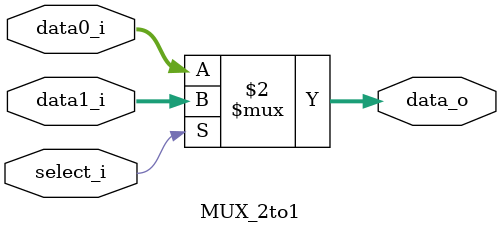
<source format=sv>
module MUX_2to1(
               input [size-1:0] data0_i,
               input [size-1:0] data1_i,
               input select_i,
               output [size-1:0] data_o
               );

parameter size = 0;

assign data_o = select_i == 0 ? data0_i : data1_i;

endmodule

</source>
